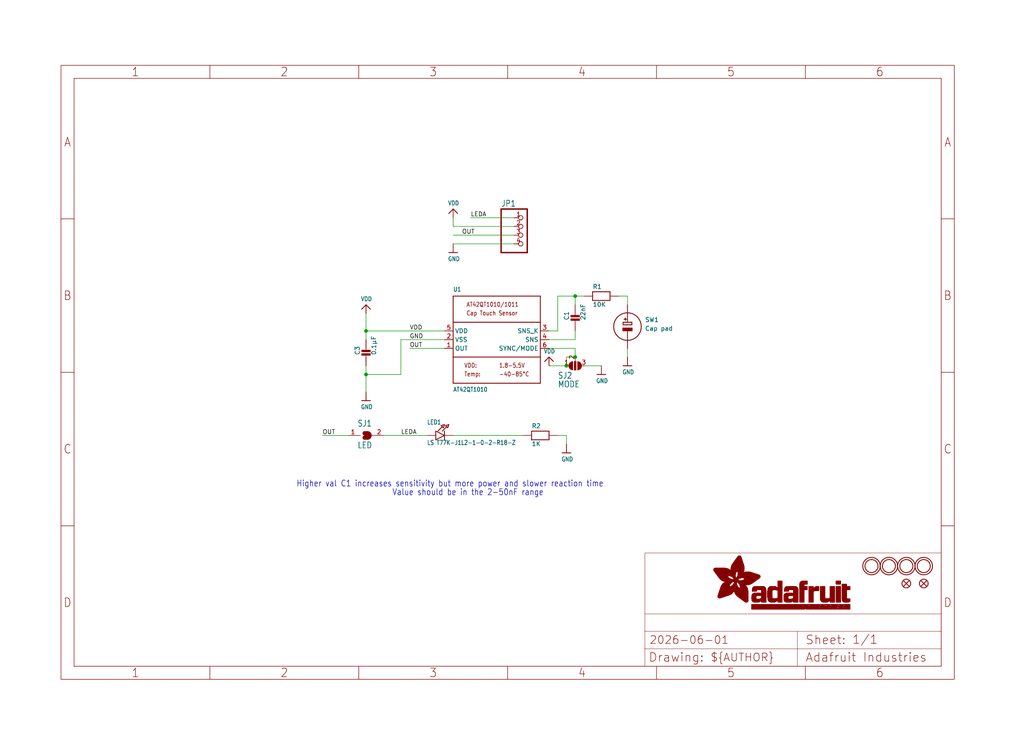
<source format=kicad_sch>
(kicad_sch (version 20230121) (generator eeschema)
  (paper "User" 298.45 217.322)
  (lib_symbols
    (symbol "working-eagle-import:AT42QT1010/1"
      (property "Reference" "U" (at -12.7 13.97 0))
      (symbol "AT42QT1010/1_1_0"
        (text "-40-85°C" (at 0.635 -10.795 0) (effects (font (size 1.27 1.0795)) (justify left bottom)))
        (text "1.8-5.5V" (at 0.635 -8.255 0) (effects (font (size 1.27 1.0795)) (justify left bottom)))
        (text "AT42QT1010/1011" (at -8.89 9.525 0) (effects (font (size 1.27 1.0795)) (justify left bottom)))
        (text "Cap Touch Sensor" (at -8.89 6.985 0) (effects (font (size 1.27 1.0795)) (justify left bottom)))
        (text "Temp:" (at -9.525 -10.795 0) (effects (font (size 1.27 1.0795)) (justify left bottom)))
        (text "VDD:" (at -9.525 -8.255 0) (effects (font (size 1.27 1.0795)) (justify left bottom)))
        (pin output line (at -15.24 -2.54 0) (length 2.54) (name "OUT") (number "1"))
        (pin power_in line (at -15.24 0 0) (length 2.54) (name "VSS") (number "2"))
        (pin bidirectional line (at 15.24 2.54 180) (length 2.54) (name "SNS_K") (number "3"))
        (pin bidirectional line (at 15.24 0 180) (length 2.54) (name "SNS") (number "4"))
        (pin power_in line (at -15.24 2.54 0) (length 2.54) (name "VDD") (number "5"))
        (pin input line (at 15.24 -2.54 180) (length 2.54) (name "SYNC/MODE") (number "6"))
      )
    )
    (symbol "working-eagle-import:CAP_CERAMIC_0805"
      (property "Reference" "C" (at -1.79 0.54 90))
      (symbol "CAP_CERAMIC_0805_1_0"
        (pin passive line (at 0 5.08 270) (length 2.54) (name "P$1") (number "1"))
        (pin passive line (at 0 -2.54 90) (length 2.54) (name "P$2") (number "2"))
      )
    )
    (symbol "working-eagle-import:FIDUCIAL{dblquote}{dblquote}")
    (symbol "working-eagle-import:FRAME_A4_ADAFRUIT"
      (symbol "FRAME_A4_ADAFRUIT_1_0"
        (text "${#}/${##}" (at 230.505 10.16 0) (effects (font (size 2.54 2.54)) (justify left bottom)))
        (text "${AUTHOR}" (at 189.23 5.08 0) (effects (font (size 2.286 2.286)) (justify left bottom)))
        (text "${CURRENT_DATE}" (at 171.45 10.16 0) (effects (font (size 2.286 2.286)) (justify left bottom)))
        (text "${PROJECTNAME}" (at 171.45 15.24 0) (effects (font (size 2.54 2.54)) (justify left bottom)))
        (text "1" (at 21.6958 1.905 0) (effects (font (size 2.54 2.286))))
        (text "1" (at 21.6958 177.165 0) (effects (font (size 2.54 2.286))))
        (text "2" (at 65.0875 1.905 0) (effects (font (size 2.54 2.286))))
        (text "2" (at 65.0875 177.165 0) (effects (font (size 2.54 2.286))))
        (text "3" (at 108.4792 1.905 0) (effects (font (size 2.54 2.286))))
        (text "3" (at 108.4792 177.165 0) (effects (font (size 2.54 2.286))))
        (text "4" (at 151.8708 1.905 0) (effects (font (size 2.54 2.286))))
        (text "4" (at 151.8708 177.165 0) (effects (font (size 2.54 2.286))))
        (text "5" (at 195.2625 1.905 0) (effects (font (size 2.54 2.286))))
        (text "5" (at 195.2625 177.165 0) (effects (font (size 2.54 2.286))))
        (text "6" (at 238.6542 1.905 0) (effects (font (size 2.54 2.286))))
        (text "6" (at 238.6542 177.165 0) (effects (font (size 2.54 2.286))))
        (text "A" (at 1.905 156.6863 0) (effects (font (size 2.54 2.286))))
        (text "A" (at 258.445 156.6863 0) (effects (font (size 2.54 2.286))))
        (text "Adafruit Industries" (at 216.916 4.953 0) (effects (font (size 2.54 2.54)) (justify left bottom)))
        (text "B" (at 1.905 111.9188 0) (effects (font (size 2.54 2.286))))
        (text "B" (at 258.445 111.9188 0) (effects (font (size 2.54 2.286))))
        (text "C" (at 1.905 67.1513 0) (effects (font (size 2.54 2.286))))
        (text "C" (at 258.445 67.1513 0) (effects (font (size 2.54 2.286))))
        (text "D" (at 1.905 22.3838 0) (effects (font (size 2.54 2.286))))
        (text "D" (at 258.445 22.3838 0) (effects (font (size 2.54 2.286))))
        (text "Drawing:" (at 171.196 4.953 0) (effects (font (size 2.54 2.54)) (justify left bottom)))
        (text "Sheet:" (at 216.916 10.033 0) (effects (font (size 2.54 2.54)) (justify left bottom)))
      )
    )
    (symbol "working-eagle-import:GND" (power)
      (property "Value" "GND" (at -1.524 -2.54 0))
      (symbol "GND_1_0"
        (pin power_in line (at 0 2.54 270) (length 2.54) (name "GND") (number "1"))
      )
    )
    (symbol "working-eagle-import:HEADER-1X476MIL"
      (property "Reference" "JP" (at -6.35 8.255 0))
      (symbol "HEADER-1X476MIL_1_0"
        (pin passive inverted (at -2.54 5.08 0) (length 2.54) (name "1") (number "1"))
        (pin passive inverted (at -2.54 2.54 0) (length 2.54) (name "2") (number "2"))
        (pin passive inverted (at -2.54 0 0) (length 2.54) (name "3") (number "3"))
        (pin passive inverted (at -2.54 -2.54 0) (length 2.54) (name "4") (number "4"))
      )
    )
    (symbol "working-eagle-import:LEDPLCC2_REV"
      (property "Reference" "LED" (at -5.08 3.175 0))
      (symbol "LEDPLCC2_REV_1_0"
        (pin passive line (at -5.08 0 0) (length 2.54) (name "A") (number "A"))
        (pin passive line (at 2.54 0 180) (length 2.54) (name "C") (number "K"))
      )
    )
    (symbol "working-eagle-import:MOUNTINGHOLE2.5")
    (symbol "working-eagle-import:RESISTOR_0805"
      (property "Reference" "R" (at -2.54 2.032 0))
      (symbol "RESISTOR_0805_1_0"
        (pin passive line (at -5.08 0 0) (length 2.54) (name "1") (number "1"))
        (pin passive line (at 5.08 0 180) (length 2.54) (name "2") (number "2"))
      )
    )
    (symbol "working-eagle-import:SOLDERJUMPERCLOSED"
      (property "Reference" "SJ" (at -2.54 2.54 0))
      (symbol "SOLDERJUMPERCLOSED_1_0"
        (pin passive line (at -5.08 0 0) (length 2.54) (name "1") (number "1"))
        (pin passive line (at 5.08 0 180) (length 2.54) (name "2") (number "2"))
      )
    )
    (symbol "working-eagle-import:SOLDERJUMPER_2WAY"
      (property "Reference" "SJ" (at -5.08 -3.81 0))
      (symbol "SOLDERJUMPER_2WAY_1_0"
        (pin passive line (at -2.54 0 0) (length 0) (name "1") (number "1"))
        (pin passive line (at 0 2.54 270) (length 0) (name "2") (number "2"))
        (pin passive line (at 2.54 0 180) (length 0) (name "3") (number "3"))
      )
    )
    (symbol "working-eagle-import:SWITCH_CAPTOUCHATMELAT42QT"
      (property "Reference" "SW" (at 5.08 0 0))
      (symbol "SWITCH_CAPTOUCHATMELAT42QT_1_0"
        (pin passive line (at 0 5.08 270) (length 5.08) (name "+") (number "E"))
        (pin passive line (at 0 -7.62 90) (length 5.08) (name "-") (number "G"))
      )
    )
    (symbol "working-eagle-import:VDD" (power)
      (property "Value" "VDD" (at -1.524 1.016 0))
      (symbol "VDD_1_0"
        (pin power_in line (at 0 -2.54 90) (length 2.54) (name "VDD") (number "1"))
      )
    )
  )
  (junction (at 167.64 104.14))
  (junction (at 106.68 96.52))
  (junction (at 165.1 106.68))
  (junction (at 106.68 109.22))
  (junction (at 167.64 86.36))
  (wire (pts (xy 106.68 96.52) (xy 106.68 91.44)) (stroke (width 0.1524)))
  (wire (pts (xy 167.64 104.14) (xy 165.1 104.14)) (stroke (width 0.1524)))
  (wire (pts (xy 132.08 127) (xy 152.4 127)) (stroke (width 0.1524)))
  (wire (pts (xy 180.34 86.36) (xy 182.88 86.36)) (stroke (width 0.1524)))
  (wire (pts (xy 160.02 106.68) (xy 165.1 106.68)) (stroke (width 0.1524)))
  (wire (pts (xy 160.02 96.52) (xy 162.56 96.52)) (stroke (width 0.1524)))
  (wire (pts (xy 167.64 101.6) (xy 167.64 104.14)) (stroke (width 0.1524)))
  (wire (pts (xy 106.68 109.22) (xy 106.68 114.3)) (stroke (width 0.1524)))
  (wire (pts (xy 129.54 101.6) (xy 119.38 101.6)) (stroke (width 0.1524)))
  (wire (pts (xy 137.16 63.5) (xy 149.86 63.5)) (stroke (width 0.1524)))
  (wire (pts (xy 111.76 127) (xy 124.46 127)) (stroke (width 0.1524)))
  (wire (pts (xy 162.56 96.52) (xy 162.56 86.36)) (stroke (width 0.1524)))
  (wire (pts (xy 149.86 66.04) (xy 132.08 66.04)) (stroke (width 0.1524)))
  (wire (pts (xy 116.84 109.22) (xy 106.68 109.22)) (stroke (width 0.1524)))
  (wire (pts (xy 167.64 86.36) (xy 170.18 86.36)) (stroke (width 0.1524)))
  (wire (pts (xy 165.1 127) (xy 165.1 129.54)) (stroke (width 0.1524)))
  (wire (pts (xy 106.68 106.68) (xy 106.68 109.22)) (stroke (width 0.1524)))
  (wire (pts (xy 160.02 101.6) (xy 167.64 101.6)) (stroke (width 0.1524)))
  (wire (pts (xy 129.54 96.52) (xy 106.68 96.52)) (stroke (width 0.1524)))
  (wire (pts (xy 132.08 71.12) (xy 149.86 71.12)) (stroke (width 0.1524)))
  (wire (pts (xy 106.68 96.52) (xy 106.68 99.06)) (stroke (width 0.1524)))
  (wire (pts (xy 116.84 99.06) (xy 116.84 109.22)) (stroke (width 0.1524)))
  (wire (pts (xy 182.88 101.6) (xy 182.88 104.14)) (stroke (width 0.1524)))
  (wire (pts (xy 175.26 106.68) (xy 170.18 106.68)) (stroke (width 0.1524)))
  (wire (pts (xy 162.56 86.36) (xy 167.64 86.36)) (stroke (width 0.1524)))
  (wire (pts (xy 167.64 88.9) (xy 167.64 86.36)) (stroke (width 0.1524)))
  (wire (pts (xy 167.64 99.06) (xy 167.64 96.52)) (stroke (width 0.1524)))
  (wire (pts (xy 149.86 68.58) (xy 132.08 68.58)) (stroke (width 0.1524)))
  (wire (pts (xy 165.1 104.14) (xy 165.1 106.68)) (stroke (width 0.1524)))
  (wire (pts (xy 101.6 127) (xy 93.98 127)) (stroke (width 0.1524)))
  (wire (pts (xy 182.88 86.36) (xy 182.88 88.9)) (stroke (width 0.1524)))
  (wire (pts (xy 160.02 99.06) (xy 167.64 99.06)) (stroke (width 0.1524)))
  (wire (pts (xy 129.54 99.06) (xy 116.84 99.06)) (stroke (width 0.1524)))
  (wire (pts (xy 132.08 66.04) (xy 132.08 63.5)) (stroke (width 0.1524)))
  (wire (pts (xy 162.56 127) (xy 165.1 127)) (stroke (width 0.1524)))
  (text "Higher val C1 increases sensitivity but more power and slower reaction time" (at 86.36 142.24 0) (effects (font (size 1.778 1.5113)) (justify left bottom)))
  (text "Value should be in the 2-50nF range" (at 114.3 144.78 0) (effects (font (size 1.778 1.5113)) (justify left bottom)))
  (label "LEDA" (at 116.84 127 0) (effects (font (size 1.2446 1.2446))))
  (label "OUT" (at 134.62 68.58 0) (effects (font (size 1.2446 1.2446))))
  (label "OUT" (at 93.98 127 0) (effects (font (size 1.2446 1.2446))))
  (label "OUT" (at 119.38 101.6 0) (effects (font (size 1.2446 1.2446))))
  (label "VDD" (at 119.38 96.52 0) (effects (font (size 1.2446 1.2446))))
  (label "GND" (at 119.38 99.06 0) (effects (font (size 1.2446 1.2446))))
  (label "LEDA" (at 137.16 63.5 0) (effects (font (size 1.2446 1.2446))))
  (symbol (lib_id "working-eagle-import:HEADER-1X476MIL") (at 152.4 68.58 0) (unit 1)
    (property "Reference" "JP1" (at 146.05 60.325 0) (effects (font (size 1.778 1.5113)) (justify left bottom)))
    (property "Value" "HEADER-1X476MIL" (effects hide))
    (property "Footprint" "working:1X04_ROUND_76" (effects hide))
  )
  (symbol (lib_id "working-eagle-import:CAP_CERAMIC_0805") (at 106.68 104.14 0) (unit 1)
    (property "Reference" "C3" (at 104.89 103.6 90) (effects (justify left bottom)))
    (property "Value" "0.1µF" (at 109.68 103.6 90) (effects (justify left bottom)))
    (property "Footprint" "working:_0805" (effects hide))
  )
  (symbol (lib_id "working-eagle-import:MOUNTINGHOLE2.5") (at 269.24 165.1 0) (unit 1)
    (property "Reference" "U$9" (effects hide))
    (property "Value" "MOUNTINGHOLE2.5" (effects hide))
    (property "Footprint" "working:MOUNTINGHOLE_2.5_PLATED" (effects hide))
  )
  (symbol (lib_id "working-eagle-import:GND") (at 182.88 106.68 0) (unit 1)
    (property "Reference" "#U$2" (effects hide))
    (property "Value" "GND" (at 181.356 109.22 0) (effects (font (size 1.27 1.0795)) (justify left bottom)))
  )
  (symbol (lib_id "working-eagle-import:FIDUCIAL{dblquote}{dblquote}") (at 264.16 170.18 0) (unit 1)
    (property "Reference" "FID2" (effects hide))
    (property "Value" "FIDUCIAL{dblquote}{dblquote}" (effects hide))
    (property "Footprint" "working:FIDUCIAL_1MM" (effects hide))
  )
  (symbol (lib_id "working-eagle-import:VDD") (at 160.02 104.14 0) (unit 1)
    (property "Reference" "#U$14" (effects hide))
    (property "Value" "VDD" (at 158.496 103.124 0) (effects (font (size 1.27 1.0795)) (justify left bottom)))
  )
  (symbol (lib_id "working-eagle-import:FRAME_A4_ADAFRUIT") (at 17.78 198.12 0) (unit 1)
    (property "Reference" "#U$1" (effects hide))
    (property "Value" "FRAME_A4_ADAFRUIT" (effects hide))
  )
  (symbol (lib_id "working-eagle-import:SOLDERJUMPER_2WAY") (at 167.64 106.68 0) (unit 1)
    (property "Reference" "SJ2" (at 162.56 110.49 0) (effects (font (size 1.778 1.5113)) (justify left bottom)))
    (property "Value" "MODE" (at 162.56 113.03 0) (effects (font (size 1.778 1.5113)) (justify left bottom)))
    (property "Footprint" "working:SOLDERJUMPER_2WAY_OPEN_NOPASTE" (effects hide))
  )
  (symbol (lib_id "working-eagle-import:VDD") (at 106.68 88.9 0) (unit 1)
    (property "Reference" "#U$4" (effects hide))
    (property "Value" "VDD" (at 105.156 87.884 0) (effects (font (size 1.27 1.0795)) (justify left bottom)))
  )
  (symbol (lib_id "working-eagle-import:GND") (at 106.68 116.84 0) (unit 1)
    (property "Reference" "#U$3" (effects hide))
    (property "Value" "GND" (at 105.156 119.38 0) (effects (font (size 1.27 1.0795)) (justify left bottom)))
  )
  (symbol (lib_id "working-eagle-import:MOUNTINGHOLE2.5") (at 259.08 165.1 0) (unit 1)
    (property "Reference" "U$6" (effects hide))
    (property "Value" "MOUNTINGHOLE2.5" (effects hide))
    (property "Footprint" "working:MOUNTINGHOLE_2.5_PLATED" (effects hide))
  )
  (symbol (lib_id "working-eagle-import:LEDPLCC2_REV") (at 129.54 127 0) (unit 1)
    (property "Reference" "LED1" (at 124.46 123.825 0) (effects (font (size 1.27 1.0795)) (justify left bottom)))
    (property "Value" "LS T77K-J1L2-1-0-2-R18-Z" (at 124.46 129.794 0) (effects (font (size 1.27 1.0795)) (justify left bottom)))
    (property "Footprint" "working:PLCC2_REVMOUNT" (effects hide))
  )
  (symbol (lib_id "working-eagle-import:CAP_CERAMIC_0805") (at 167.64 93.98 0) (unit 1)
    (property "Reference" "C1" (at 165.85 93.44 90) (effects (justify left bottom)))
    (property "Value" "22nF" (at 170.64 93.44 90) (effects (justify left bottom)))
    (property "Footprint" "working:_0805" (effects hide))
  )
  (symbol (lib_id "working-eagle-import:MOUNTINGHOLE2.5") (at 264.16 165.1 0) (unit 1)
    (property "Reference" "U$10" (effects hide))
    (property "Value" "MOUNTINGHOLE2.5" (effects hide))
    (property "Footprint" "working:MOUNTINGHOLE_2.5_PLATED" (effects hide))
  )
  (symbol (lib_id "working-eagle-import:SOLDERJUMPERCLOSED") (at 106.68 127 0) (unit 1)
    (property "Reference" "SJ1" (at 104.14 124.46 0) (effects (font (size 1.778 1.5113)) (justify left bottom)))
    (property "Value" "LED" (at 104.14 130.81 0) (effects (font (size 1.778 1.5113)) (justify left bottom)))
    (property "Footprint" "working:SOLDERJUMPER_CLOSEDWIRE" (effects hide))
  )
  (symbol (lib_id "working-eagle-import:RESISTOR_0805") (at 157.48 127 0) (unit 1)
    (property "Reference" "R2" (at 154.94 124.968 0) (effects (justify left bottom)))
    (property "Value" "1K" (at 154.94 130.175 0) (effects (justify left bottom)))
    (property "Footprint" "working:_0805" (effects hide))
  )
  (symbol (lib_id "working-eagle-import:GND") (at 132.08 73.66 0) (unit 1)
    (property "Reference" "#U$8" (effects hide))
    (property "Value" "GND" (at 130.556 76.2 0) (effects (font (size 1.27 1.0795)) (justify left bottom)))
  )
  (symbol (lib_id "working-eagle-import:SWITCH_CAPTOUCHATMELAT42QT") (at 182.88 93.98 0) (unit 1)
    (property "Reference" "SW1" (at 187.96 93.98 0) (effects (justify left bottom)))
    (property "Value" "Cap pad" (at 187.96 96.52 0) (effects (justify left bottom)))
    (property "Footprint" "working:CAPTOUCH_SIMPLE_12.5MM" (effects hide))
  )
  (symbol (lib_id "working-eagle-import:GND") (at 165.1 132.08 0) (unit 1)
    (property "Reference" "#U$5" (effects hide))
    (property "Value" "GND" (at 163.576 134.62 0) (effects (font (size 1.27 1.0795)) (justify left bottom)))
  )
  (symbol (lib_id "working-eagle-import:VDD") (at 132.08 60.96 0) (unit 1)
    (property "Reference" "#U$7" (effects hide))
    (property "Value" "VDD" (at 130.556 59.944 0) (effects (font (size 1.27 1.0795)) (justify left bottom)))
  )
  (symbol (lib_id "working-eagle-import:AT42QT1010/1") (at 144.78 99.06 0) (unit 1)
    (property "Reference" "U1" (at 132.08 85.09 0) (effects (font (size 1.27 1.0795)) (justify left bottom)))
    (property "Value" "AT42QT1010" (at 132.08 114.3 0) (effects (font (size 1.27 1.0795)) (justify left bottom)))
    (property "Footprint" "working:SOT23-6" (effects hide))
  )
  (symbol (lib_id "working-eagle-import:RESISTOR_0805") (at 175.26 86.36 0) (unit 1)
    (property "Reference" "R1" (at 172.72 84.328 0) (effects (justify left bottom)))
    (property "Value" "10K" (at 172.72 89.535 0) (effects (justify left bottom)))
    (property "Footprint" "working:_0805" (effects hide))
  )
  (symbol (lib_id "working-eagle-import:MOUNTINGHOLE2.5") (at 254 165.1 0) (unit 1)
    (property "Reference" "U$11" (effects hide))
    (property "Value" "MOUNTINGHOLE2.5" (effects hide))
    (property "Footprint" "working:MOUNTINGHOLE_2.5_PLATED" (effects hide))
  )
  (symbol (lib_id "working-eagle-import:GND") (at 175.26 109.22 0) (unit 1)
    (property "Reference" "#U$13" (effects hide))
    (property "Value" "GND" (at 173.736 111.76 0) (effects (font (size 1.27 1.0795)) (justify left bottom)))
  )
  (symbol (lib_id "working-eagle-import:FIDUCIAL{dblquote}{dblquote}") (at 269.24 170.18 0) (unit 1)
    (property "Reference" "FID1" (effects hide))
    (property "Value" "FIDUCIAL{dblquote}{dblquote}" (effects hide))
    (property "Footprint" "working:FIDUCIAL_1MM" (effects hide))
  )
)
</source>
